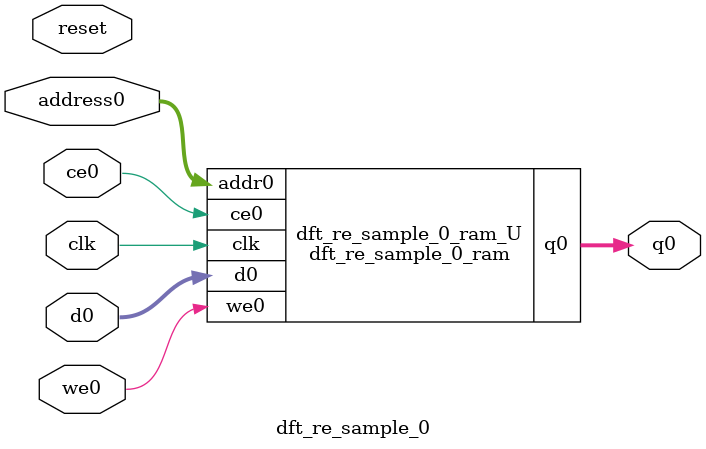
<source format=v>
`timescale 1 ns / 1 ps
module dft_re_sample_0_ram (addr0, ce0, d0, we0, q0,  clk);

parameter DWIDTH = 32;
parameter AWIDTH = 3;
parameter MEM_SIZE = 8;

input[AWIDTH-1:0] addr0;
input ce0;
input[DWIDTH-1:0] d0;
input we0;
output reg[DWIDTH-1:0] q0;
input clk;

reg [DWIDTH-1:0] ram[0:MEM_SIZE-1];




always @(posedge clk)  
begin 
    if (ce0) begin
        if (we0) 
            ram[addr0] <= d0; 
        q0 <= ram[addr0];
    end
end


endmodule

`timescale 1 ns / 1 ps
module dft_re_sample_0(
    reset,
    clk,
    address0,
    ce0,
    we0,
    d0,
    q0);

parameter DataWidth = 32'd32;
parameter AddressRange = 32'd8;
parameter AddressWidth = 32'd3;
input reset;
input clk;
input[AddressWidth - 1:0] address0;
input ce0;
input we0;
input[DataWidth - 1:0] d0;
output[DataWidth - 1:0] q0;



dft_re_sample_0_ram dft_re_sample_0_ram_U(
    .clk( clk ),
    .addr0( address0 ),
    .ce0( ce0 ),
    .we0( we0 ),
    .d0( d0 ),
    .q0( q0 ));

endmodule


</source>
